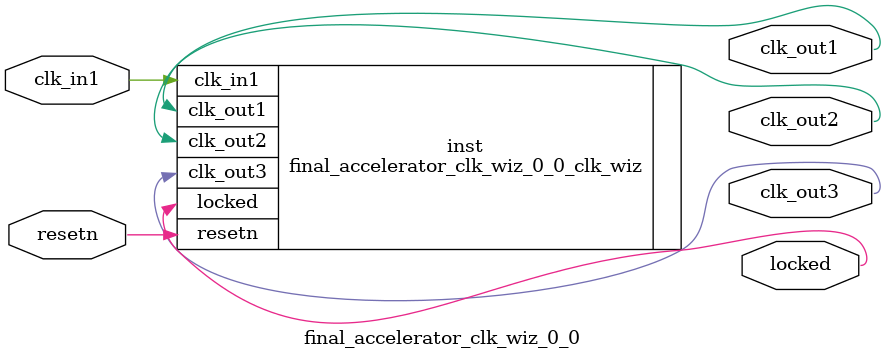
<source format=v>


`timescale 1ps/1ps

(* CORE_GENERATION_INFO = "final_accelerator_clk_wiz_0_0,clk_wiz_v5_3_3_0,{component_name=final_accelerator_clk_wiz_0_0,use_phase_alignment=true,use_min_o_jitter=false,use_max_i_jitter=false,use_dyn_phase_shift=false,use_inclk_switchover=false,use_dyn_reconfig=false,enable_axi=0,feedback_source=FDBK_AUTO,PRIMITIVE=MMCM,num_out_clk=3,clkin1_period=10.0,clkin2_period=10.0,use_power_down=false,use_reset=true,use_locked=true,use_inclk_stopped=false,feedback_type=SINGLE,CLOCK_MGR_TYPE=NA,manual_override=false}" *)

module final_accelerator_clk_wiz_0_0 
 (
  // Clock out ports
  output        clk_out1,
  output        clk_out2,
  output        clk_out3,
  // Status and control signals
  input         resetn,
  output        locked,
 // Clock in ports
  input         clk_in1
 );

  final_accelerator_clk_wiz_0_0_clk_wiz inst
  (
  // Clock out ports  
  .clk_out1(clk_out1),
  .clk_out2(clk_out2),
  .clk_out3(clk_out3),
  // Status and control signals               
  .resetn(resetn), 
  .locked(locked),
 // Clock in ports
  .clk_in1(clk_in1)
  );

endmodule

</source>
